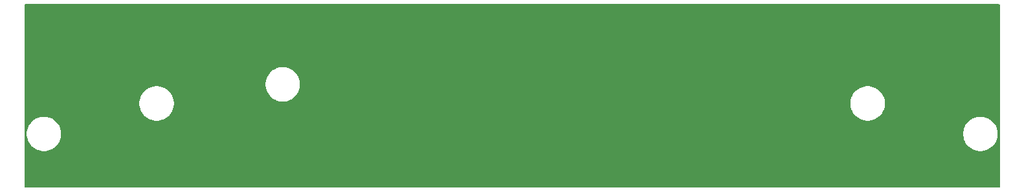
<source format=gbr>
G04 #@! TF.GenerationSoftware,KiCad,Pcbnew,9.0.5*
G04 #@! TF.CreationDate,2025-10-14T13:16:44+01:00*
G04 #@! TF.ProjectId,A7000PoduleFacePlate,41373030-3050-46f6-9475-6c6546616365,01*
G04 #@! TF.SameCoordinates,Original*
G04 #@! TF.FileFunction,Copper,L1,Top*
G04 #@! TF.FilePolarity,Positive*
%FSLAX46Y46*%
G04 Gerber Fmt 4.6, Leading zero omitted, Abs format (unit mm)*
G04 Created by KiCad (PCBNEW 9.0.5) date 2025-10-14 13:16:44*
%MOMM*%
%LPD*%
G01*
G04 APERTURE LIST*
G04 APERTURE END LIST*
G04 #@! TA.AperFunction,NonConductor*
G36*
X223487621Y-78065502D02*
G01*
X223534114Y-78119158D01*
X223545500Y-78171500D01*
X223545500Y-101918500D01*
X223525498Y-101986621D01*
X223471842Y-102033114D01*
X223419500Y-102044500D01*
X96072500Y-102044500D01*
X96004379Y-102024498D01*
X95957886Y-101970842D01*
X95946500Y-101918500D01*
X95946500Y-94897491D01*
X96245500Y-94897491D01*
X96245500Y-95192508D01*
X96284005Y-95484985D01*
X96284006Y-95484991D01*
X96284007Y-95484993D01*
X96360361Y-95769952D01*
X96473257Y-96042507D01*
X96473258Y-96042508D01*
X96473263Y-96042519D01*
X96620759Y-96297990D01*
X96620764Y-96297997D01*
X96800346Y-96532033D01*
X96800365Y-96532054D01*
X97008945Y-96740634D01*
X97008966Y-96740653D01*
X97243002Y-96920235D01*
X97243009Y-96920240D01*
X97498480Y-97067736D01*
X97498484Y-97067737D01*
X97498493Y-97067743D01*
X97771048Y-97180639D01*
X98056007Y-97256993D01*
X98056013Y-97256993D01*
X98056014Y-97256994D01*
X98089574Y-97261412D01*
X98348494Y-97295500D01*
X98348501Y-97295500D01*
X98643499Y-97295500D01*
X98643506Y-97295500D01*
X98935993Y-97256993D01*
X99220952Y-97180639D01*
X99493507Y-97067743D01*
X99748994Y-96920238D01*
X99983042Y-96740646D01*
X100191646Y-96532042D01*
X100371238Y-96297994D01*
X100518743Y-96042507D01*
X100631639Y-95769952D01*
X100707993Y-95484993D01*
X100746500Y-95192506D01*
X100746500Y-94897494D01*
X100746500Y-94897491D01*
X218745500Y-94897491D01*
X218745500Y-95192508D01*
X218784005Y-95484985D01*
X218784006Y-95484991D01*
X218784007Y-95484993D01*
X218860361Y-95769952D01*
X218973257Y-96042507D01*
X218973258Y-96042508D01*
X218973263Y-96042519D01*
X219120759Y-96297990D01*
X219120764Y-96297997D01*
X219300346Y-96532033D01*
X219300365Y-96532054D01*
X219508945Y-96740634D01*
X219508966Y-96740653D01*
X219743002Y-96920235D01*
X219743009Y-96920240D01*
X219998480Y-97067736D01*
X219998484Y-97067737D01*
X219998493Y-97067743D01*
X220271048Y-97180639D01*
X220556007Y-97256993D01*
X220556013Y-97256993D01*
X220556014Y-97256994D01*
X220589574Y-97261412D01*
X220848494Y-97295500D01*
X220848501Y-97295500D01*
X221143499Y-97295500D01*
X221143506Y-97295500D01*
X221435993Y-97256993D01*
X221720952Y-97180639D01*
X221993507Y-97067743D01*
X222248994Y-96920238D01*
X222483042Y-96740646D01*
X222691646Y-96532042D01*
X222871238Y-96297994D01*
X223018743Y-96042507D01*
X223131639Y-95769952D01*
X223207993Y-95484993D01*
X223246500Y-95192506D01*
X223246500Y-94897494D01*
X223207993Y-94605007D01*
X223131639Y-94320048D01*
X223018743Y-94047493D01*
X223018737Y-94047484D01*
X223018736Y-94047480D01*
X222871240Y-93792009D01*
X222871235Y-93792002D01*
X222691653Y-93557966D01*
X222691634Y-93557945D01*
X222483054Y-93349365D01*
X222483033Y-93349346D01*
X222248997Y-93169764D01*
X222248990Y-93169759D01*
X221993519Y-93022263D01*
X221993511Y-93022259D01*
X221993507Y-93022257D01*
X221720952Y-92909361D01*
X221435993Y-92833007D01*
X221435991Y-92833006D01*
X221435985Y-92833005D01*
X221143508Y-92794500D01*
X221143506Y-92794500D01*
X220848494Y-92794500D01*
X220848491Y-92794500D01*
X220556014Y-92833005D01*
X220271048Y-92909361D01*
X219998491Y-93022258D01*
X219998480Y-93022263D01*
X219743009Y-93169759D01*
X219743002Y-93169764D01*
X219508966Y-93349346D01*
X219508945Y-93349365D01*
X219300365Y-93557945D01*
X219300346Y-93557966D01*
X219120764Y-93792002D01*
X219120759Y-93792009D01*
X218973263Y-94047480D01*
X218973258Y-94047491D01*
X218860361Y-94320048D01*
X218784005Y-94605014D01*
X218745500Y-94897491D01*
X100746500Y-94897491D01*
X100707993Y-94605007D01*
X100631639Y-94320048D01*
X100518743Y-94047493D01*
X100518737Y-94047484D01*
X100518736Y-94047480D01*
X100371240Y-93792009D01*
X100371235Y-93792002D01*
X100191653Y-93557966D01*
X100191634Y-93557945D01*
X99983054Y-93349365D01*
X99983033Y-93349346D01*
X99748997Y-93169764D01*
X99748990Y-93169759D01*
X99493519Y-93022263D01*
X99493511Y-93022259D01*
X99493507Y-93022257D01*
X99220952Y-92909361D01*
X98935993Y-92833007D01*
X98935991Y-92833006D01*
X98935985Y-92833005D01*
X98643508Y-92794500D01*
X98643506Y-92794500D01*
X98348494Y-92794500D01*
X98348491Y-92794500D01*
X98056014Y-92833005D01*
X97771048Y-92909361D01*
X97498491Y-93022258D01*
X97498480Y-93022263D01*
X97243009Y-93169759D01*
X97243002Y-93169764D01*
X97008966Y-93349346D01*
X97008945Y-93349365D01*
X96800365Y-93557945D01*
X96800346Y-93557966D01*
X96620764Y-93792002D01*
X96620759Y-93792009D01*
X96473263Y-94047480D01*
X96473258Y-94047491D01*
X96360361Y-94320048D01*
X96284005Y-94605014D01*
X96245500Y-94897491D01*
X95946500Y-94897491D01*
X95946500Y-90897491D01*
X110995500Y-90897491D01*
X110995500Y-91192508D01*
X111034005Y-91484985D01*
X111034006Y-91484991D01*
X111034007Y-91484993D01*
X111110361Y-91769952D01*
X111223257Y-92042507D01*
X111223258Y-92042508D01*
X111223263Y-92042519D01*
X111370759Y-92297990D01*
X111370764Y-92297997D01*
X111550346Y-92532033D01*
X111550365Y-92532054D01*
X111758945Y-92740634D01*
X111758966Y-92740653D01*
X111993002Y-92920235D01*
X111993009Y-92920240D01*
X112248480Y-93067736D01*
X112248484Y-93067737D01*
X112248493Y-93067743D01*
X112521048Y-93180639D01*
X112806007Y-93256993D01*
X112806013Y-93256993D01*
X112806014Y-93256994D01*
X112839574Y-93261412D01*
X113098494Y-93295500D01*
X113098501Y-93295500D01*
X113393499Y-93295500D01*
X113393506Y-93295500D01*
X113685993Y-93256993D01*
X113970952Y-93180639D01*
X114243507Y-93067743D01*
X114498994Y-92920238D01*
X114733042Y-92740646D01*
X114941646Y-92532042D01*
X115121238Y-92297994D01*
X115268743Y-92042507D01*
X115381639Y-91769952D01*
X115457993Y-91484993D01*
X115496500Y-91192506D01*
X115496500Y-90897494D01*
X115496500Y-90897491D01*
X203995500Y-90897491D01*
X203995500Y-91192508D01*
X204034005Y-91484985D01*
X204034006Y-91484991D01*
X204034007Y-91484993D01*
X204110361Y-91769952D01*
X204223257Y-92042507D01*
X204223258Y-92042508D01*
X204223263Y-92042519D01*
X204370759Y-92297990D01*
X204370764Y-92297997D01*
X204550346Y-92532033D01*
X204550365Y-92532054D01*
X204758945Y-92740634D01*
X204758966Y-92740653D01*
X204993002Y-92920235D01*
X204993009Y-92920240D01*
X205248480Y-93067736D01*
X205248484Y-93067737D01*
X205248493Y-93067743D01*
X205521048Y-93180639D01*
X205806007Y-93256993D01*
X205806013Y-93256993D01*
X205806014Y-93256994D01*
X205839574Y-93261412D01*
X206098494Y-93295500D01*
X206098501Y-93295500D01*
X206393499Y-93295500D01*
X206393506Y-93295500D01*
X206685993Y-93256993D01*
X206970952Y-93180639D01*
X207243507Y-93067743D01*
X207498994Y-92920238D01*
X207733042Y-92740646D01*
X207941646Y-92532042D01*
X208121238Y-92297994D01*
X208268743Y-92042507D01*
X208381639Y-91769952D01*
X208457993Y-91484993D01*
X208496500Y-91192506D01*
X208496500Y-90897494D01*
X208457993Y-90605007D01*
X208381639Y-90320048D01*
X208268743Y-90047493D01*
X208268737Y-90047484D01*
X208268736Y-90047480D01*
X208121240Y-89792009D01*
X208121235Y-89792002D01*
X207941653Y-89557966D01*
X207941634Y-89557945D01*
X207733054Y-89349365D01*
X207733033Y-89349346D01*
X207498997Y-89169764D01*
X207498990Y-89169759D01*
X207243519Y-89022263D01*
X207243511Y-89022259D01*
X207243507Y-89022257D01*
X206970952Y-88909361D01*
X206685993Y-88833007D01*
X206685991Y-88833006D01*
X206685985Y-88833005D01*
X206393508Y-88794500D01*
X206393506Y-88794500D01*
X206098494Y-88794500D01*
X206098491Y-88794500D01*
X205806014Y-88833005D01*
X205806007Y-88833007D01*
X205521048Y-88909361D01*
X205338457Y-88984993D01*
X205248491Y-89022258D01*
X205248480Y-89022263D01*
X204993009Y-89169759D01*
X204993002Y-89169764D01*
X204758966Y-89349346D01*
X204758945Y-89349365D01*
X204550365Y-89557945D01*
X204550346Y-89557966D01*
X204370764Y-89792002D01*
X204370759Y-89792009D01*
X204223263Y-90047480D01*
X204223258Y-90047491D01*
X204223257Y-90047493D01*
X204110361Y-90320048D01*
X204034005Y-90605014D01*
X203995500Y-90897491D01*
X115496500Y-90897491D01*
X115457993Y-90605007D01*
X115381639Y-90320048D01*
X115268743Y-90047493D01*
X115268737Y-90047484D01*
X115268736Y-90047480D01*
X115121240Y-89792009D01*
X115121235Y-89792002D01*
X114941653Y-89557966D01*
X114941634Y-89557945D01*
X114733054Y-89349365D01*
X114733033Y-89349346D01*
X114498997Y-89169764D01*
X114498990Y-89169759D01*
X114243519Y-89022263D01*
X114243511Y-89022259D01*
X114243507Y-89022257D01*
X113970952Y-88909361D01*
X113685993Y-88833007D01*
X113685991Y-88833006D01*
X113685985Y-88833005D01*
X113393508Y-88794500D01*
X113393506Y-88794500D01*
X113098494Y-88794500D01*
X113098491Y-88794500D01*
X112806014Y-88833005D01*
X112806007Y-88833007D01*
X112521048Y-88909361D01*
X112338457Y-88984993D01*
X112248491Y-89022258D01*
X112248480Y-89022263D01*
X111993009Y-89169759D01*
X111993002Y-89169764D01*
X111758966Y-89349346D01*
X111758945Y-89349365D01*
X111550365Y-89557945D01*
X111550346Y-89557966D01*
X111370764Y-89792002D01*
X111370759Y-89792009D01*
X111223263Y-90047480D01*
X111223258Y-90047491D01*
X111223257Y-90047493D01*
X111110361Y-90320048D01*
X111034005Y-90605014D01*
X110995500Y-90897491D01*
X95946500Y-90897491D01*
X95946500Y-88397491D01*
X127495500Y-88397491D01*
X127495500Y-88692508D01*
X127534005Y-88984985D01*
X127534006Y-88984991D01*
X127534007Y-88984993D01*
X127610361Y-89269952D01*
X127723257Y-89542507D01*
X127723258Y-89542508D01*
X127723263Y-89542519D01*
X127870759Y-89797990D01*
X127870764Y-89797997D01*
X128050346Y-90032033D01*
X128050365Y-90032054D01*
X128258945Y-90240634D01*
X128258966Y-90240653D01*
X128493002Y-90420235D01*
X128493009Y-90420240D01*
X128748480Y-90567736D01*
X128748484Y-90567737D01*
X128748493Y-90567743D01*
X129021048Y-90680639D01*
X129306007Y-90756993D01*
X129306013Y-90756993D01*
X129306014Y-90756994D01*
X129339574Y-90761412D01*
X129598494Y-90795500D01*
X129598501Y-90795500D01*
X129893499Y-90795500D01*
X129893506Y-90795500D01*
X130045620Y-90775473D01*
X130098994Y-90768447D01*
X130185985Y-90756994D01*
X130185984Y-90756994D01*
X130185993Y-90756993D01*
X130470952Y-90680639D01*
X130743507Y-90567743D01*
X130998994Y-90420238D01*
X131233042Y-90240646D01*
X131441646Y-90032042D01*
X131621238Y-89797994D01*
X131768743Y-89542507D01*
X131881639Y-89269952D01*
X131957993Y-88984993D01*
X131996500Y-88692506D01*
X131996500Y-88397494D01*
X131957993Y-88105007D01*
X131881639Y-87820048D01*
X131768743Y-87547493D01*
X131768737Y-87547484D01*
X131768736Y-87547480D01*
X131621240Y-87292009D01*
X131621235Y-87292002D01*
X131441653Y-87057966D01*
X131441634Y-87057945D01*
X131233054Y-86849365D01*
X131233033Y-86849346D01*
X130998997Y-86669764D01*
X130998990Y-86669759D01*
X130743519Y-86522263D01*
X130743511Y-86522259D01*
X130743507Y-86522257D01*
X130470952Y-86409361D01*
X130185993Y-86333007D01*
X130185991Y-86333006D01*
X130185985Y-86333005D01*
X129893508Y-86294500D01*
X129893506Y-86294500D01*
X129598494Y-86294500D01*
X129598491Y-86294500D01*
X129306014Y-86333005D01*
X129021048Y-86409361D01*
X128748491Y-86522258D01*
X128748480Y-86522263D01*
X128493009Y-86669759D01*
X128493002Y-86669764D01*
X128258966Y-86849346D01*
X128258945Y-86849365D01*
X128050365Y-87057945D01*
X128050346Y-87057966D01*
X127870764Y-87292002D01*
X127870759Y-87292009D01*
X127723263Y-87547480D01*
X127723258Y-87547491D01*
X127610361Y-87820048D01*
X127534005Y-88105014D01*
X127495500Y-88397491D01*
X95946500Y-88397491D01*
X95946500Y-78171500D01*
X95966502Y-78103379D01*
X96020158Y-78056886D01*
X96072500Y-78045500D01*
X223419500Y-78045500D01*
X223487621Y-78065502D01*
G37*
G04 #@! TD.AperFunction*
M02*

</source>
